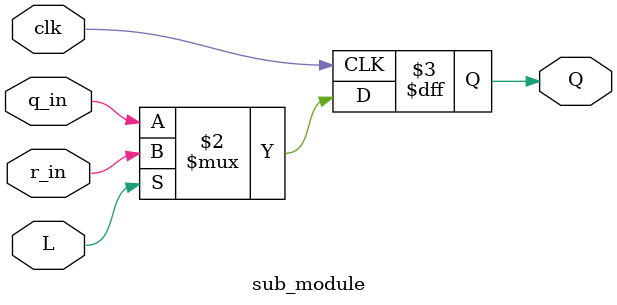
<source format=v>
module top_module (
	input [2:0] SW,      // R
	input [1:0] KEY,     // L and clk
	output [2:0] LEDR);  // Q
	
    reg w1;
    sub_module inst1(.clk(KEY[0]), .L(KEY[1]), .r_in(SW[0]), .q_in(LEDR[2]), .Q(LEDR[0]));
    sub_module inst2(.clk(KEY[0]), .L(KEY[1]), .r_in(SW[1]), .q_in(LEDR[0]), .Q(LEDR[1]));
    assign w1 = LEDR[2] ^ LEDR[1];
    sub_module inst3(.clk(KEY[0]), .L(KEY[1]), .r_in(SW[2]), .q_in(w1), .Q(LEDR[2]));

endmodule

module sub_module (
	input clk,
	input L,
	input r_in,
	input q_in,
	output reg Q);
	
    always @(posedge clk) begin
        Q <= (L)? r_in : q_in;
    end
    
endmodule

</source>
